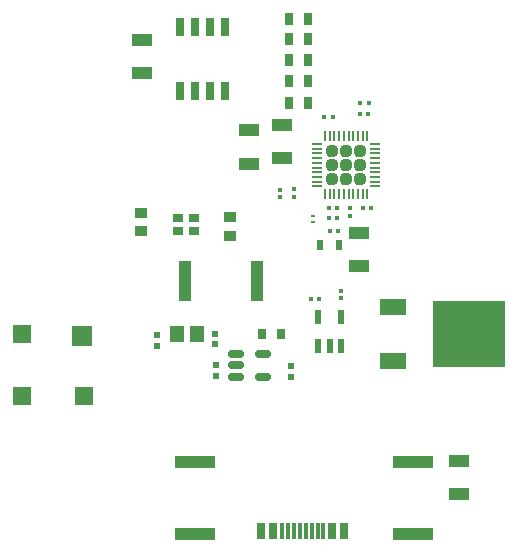
<source format=gbr>
%TF.GenerationSoftware,KiCad,Pcbnew,7.0.5*%
%TF.CreationDate,2023-08-06T14:28:47-05:00*%
%TF.ProjectId,mainv2,6d61696e-7632-42e6-9b69-6361645f7063,rev?*%
%TF.SameCoordinates,Original*%
%TF.FileFunction,Paste,Top*%
%TF.FilePolarity,Positive*%
%FSLAX46Y46*%
G04 Gerber Fmt 4.6, Leading zero omitted, Abs format (unit mm)*
G04 Created by KiCad (PCBNEW 7.0.5) date 2023-08-06 14:28:47*
%MOMM*%
%LPD*%
G01*
G04 APERTURE LIST*
G04 Aperture macros list*
%AMRoundRect*
0 Rectangle with rounded corners*
0 $1 Rounding radius*
0 $2 $3 $4 $5 $6 $7 $8 $9 X,Y pos of 4 corners*
0 Add a 4 corners polygon primitive as box body*
4,1,4,$2,$3,$4,$5,$6,$7,$8,$9,$2,$3,0*
0 Add four circle primitives for the rounded corners*
1,1,$1+$1,$2,$3*
1,1,$1+$1,$4,$5*
1,1,$1+$1,$6,$7*
1,1,$1+$1,$8,$9*
0 Add four rect primitives between the rounded corners*
20,1,$1+$1,$2,$3,$4,$5,0*
20,1,$1+$1,$4,$5,$6,$7,0*
20,1,$1+$1,$6,$7,$8,$9,0*
20,1,$1+$1,$8,$9,$2,$3,0*%
G04 Aperture macros list end*
%ADD10R,0.540000X0.940000*%
%ADD11R,0.620000X0.600000*%
%ADD12R,0.420000X0.420000*%
%ADD13R,0.420000X0.460000*%
%ADD14R,0.460000X0.420000*%
%ADD15R,1.750000X1.100000*%
%ADD16R,1.000000X0.950000*%
%ADD17R,0.850000X0.750000*%
%ADD18R,0.800000X1.000000*%
%ADD19R,3.400000X1.100000*%
%ADD20R,0.800000X0.950000*%
%ADD21R,0.600000X1.150000*%
%ADD22R,2.286000X1.397000*%
%ADD23R,6.180000X5.690000*%
%ADD24R,0.650000X1.525000*%
%ADD25R,0.800000X1.400000*%
%ADD26R,0.300000X1.400000*%
%ADD27R,0.420000X0.400000*%
%ADD28R,1.200000X1.450000*%
%ADD29RoundRect,0.150000X-0.512500X-0.150000X0.512500X-0.150000X0.512500X0.150000X-0.512500X0.150000X0*%
%ADD30R,0.300000X0.250000*%
%ADD31RoundRect,0.242500X0.242500X-0.242500X0.242500X0.242500X-0.242500X0.242500X-0.242500X-0.242500X0*%
%ADD32RoundRect,0.062500X0.062500X-0.350000X0.062500X0.350000X-0.062500X0.350000X-0.062500X-0.350000X0*%
%ADD33RoundRect,0.062500X0.350000X-0.062500X0.350000X0.062500X-0.350000X0.062500X-0.350000X-0.062500X0*%
%ADD34R,1.700000X1.700000*%
%ADD35R,1.600000X1.600000*%
%ADD36R,1.070000X3.420000*%
G04 APERTURE END LIST*
D10*
%TO.C,C4*%
X155860000Y-96100000D03*
X157460000Y-96100000D03*
%TD*%
D11*
%TO.C,C16*%
X147000000Y-107210000D03*
X147000000Y-106290000D03*
%TD*%
D12*
%TO.C,C1*%
X156580000Y-93000000D03*
X157280000Y-93000000D03*
%TD*%
D13*
%TO.C,C13*%
X157630000Y-99980000D03*
X157630000Y-100640000D03*
%TD*%
D12*
%TO.C,C11*%
X159950000Y-84070000D03*
X159250000Y-84070000D03*
%TD*%
D11*
%TO.C,C15*%
X153380000Y-107270000D03*
X153380000Y-106350000D03*
%TD*%
D14*
%TO.C,C12*%
X159905000Y-85045000D03*
X159245000Y-85045000D03*
%TD*%
D15*
%TO.C,R13*%
X167580000Y-117230000D03*
X167580000Y-114430000D03*
%TD*%
D16*
%TO.C,C10*%
X140670000Y-94970000D03*
X140670000Y-93370000D03*
%TD*%
D15*
%TO.C,R15*%
X159170000Y-97880000D03*
X159170000Y-95080000D03*
%TD*%
D12*
%TO.C,C5*%
X159480000Y-93000000D03*
X160180000Y-93000000D03*
%TD*%
D14*
%TO.C,C14*%
X155720000Y-100690000D03*
X155060000Y-100690000D03*
%TD*%
D17*
%TO.C,Y2*%
X145140000Y-93860000D03*
X143790000Y-93860000D03*
X143790000Y-94910000D03*
X145140000Y-94910000D03*
%TD*%
D15*
%TO.C,R9*%
X149790000Y-89220000D03*
X149790000Y-86420000D03*
%TD*%
D18*
%TO.C,R2*%
X153200000Y-78660000D03*
X154800000Y-78660000D03*
%TD*%
D12*
%TO.C,C2*%
X156670000Y-94890000D03*
X157370000Y-94890000D03*
%TD*%
D19*
%TO.C,R11*%
X163700000Y-114470000D03*
X163700000Y-120570000D03*
%TD*%
D15*
%TO.C,R7*%
X140770000Y-81560000D03*
X140770000Y-78760000D03*
%TD*%
D12*
%TO.C,C6*%
X156910000Y-85310000D03*
X156210000Y-85310000D03*
%TD*%
D20*
%TO.C,R12*%
X150910000Y-103660000D03*
X152510000Y-103660000D03*
%TD*%
D21*
%TO.C,IC1*%
X155710000Y-104690000D03*
X156660000Y-104690000D03*
X157610000Y-104690000D03*
X157610000Y-102190000D03*
X155710000Y-102190000D03*
%TD*%
D22*
%TO.C,Q1*%
X162017000Y-101404000D03*
D23*
X168453000Y-103690000D03*
D22*
X162017000Y-105976000D03*
%TD*%
D11*
%TO.C,C18*%
X146980000Y-104530000D03*
X146980000Y-103610000D03*
%TD*%
D16*
%TO.C,C9*%
X148220000Y-93780000D03*
X148220000Y-95380000D03*
%TD*%
D13*
%TO.C,C17*%
X158400000Y-93680000D03*
X158400000Y-93020000D03*
%TD*%
D24*
%TO.C,IC3*%
X143985000Y-83102000D03*
X145255000Y-83102000D03*
X146525000Y-83102000D03*
X147795000Y-83102000D03*
X147795000Y-77678000D03*
X146525000Y-77678000D03*
X145255000Y-77678000D03*
X143985000Y-77678000D03*
%TD*%
D25*
%TO.C,J1*%
X157880000Y-120340000D03*
X156880000Y-120340000D03*
D26*
X155630000Y-120340000D03*
X154630000Y-120340000D03*
X154130000Y-120340000D03*
X153130000Y-120340000D03*
D25*
X151880000Y-120340000D03*
X150880000Y-120340000D03*
D26*
X152630000Y-120340000D03*
X153630000Y-120340000D03*
X155130000Y-120340000D03*
X156130000Y-120340000D03*
%TD*%
D27*
%TO.C,C8*%
X152470000Y-91480000D03*
X152470000Y-92040000D03*
%TD*%
D28*
%TO.C,L2*%
X143730000Y-103660000D03*
X145430000Y-103660000D03*
%TD*%
D11*
%TO.C,C19*%
X142020000Y-104640000D03*
X142020000Y-103720000D03*
%TD*%
D13*
%TO.C,C7*%
X153610000Y-91390000D03*
X153610000Y-92050000D03*
%TD*%
D14*
%TO.C,C3*%
X156610000Y-93850000D03*
X157270000Y-93850000D03*
%TD*%
D15*
%TO.C,R8*%
X152630000Y-88780000D03*
X152630000Y-85980000D03*
%TD*%
D19*
%TO.C,R14*%
X145290000Y-120610000D03*
X145290000Y-114510000D03*
%TD*%
D29*
%TO.C,U2*%
X148732500Y-105360000D03*
X148732500Y-106310000D03*
X148732500Y-107260000D03*
X151007500Y-107260000D03*
X151007500Y-105360000D03*
%TD*%
D18*
%TO.C,R3*%
X153220000Y-80440000D03*
X154820000Y-80440000D03*
%TD*%
D30*
%TO.C,L1*%
X155220000Y-94180000D03*
X155220000Y-93630000D03*
%TD*%
D31*
%TO.C,U1*%
X156860000Y-90560000D03*
X158060000Y-90560000D03*
X159260000Y-90560000D03*
X156860000Y-89360000D03*
X158060000Y-89360000D03*
X159260000Y-89360000D03*
X156860000Y-88160000D03*
X158060000Y-88160000D03*
X159260000Y-88160000D03*
D32*
X156260000Y-91797500D03*
X156660000Y-91797500D03*
X157060000Y-91797500D03*
X157460000Y-91797500D03*
X157860000Y-91797500D03*
X158260000Y-91797500D03*
X158660000Y-91797500D03*
X159060000Y-91797500D03*
X159460000Y-91797500D03*
X159860000Y-91797500D03*
D33*
X160497500Y-91160000D03*
X160497500Y-90760000D03*
X160497500Y-90360000D03*
X160497500Y-89960000D03*
X160497500Y-89560000D03*
X160497500Y-89160000D03*
X160497500Y-88760000D03*
X160497500Y-88360000D03*
X160497500Y-87960000D03*
X160497500Y-87560000D03*
D32*
X159860000Y-86922500D03*
X159460000Y-86922500D03*
X159060000Y-86922500D03*
X158660000Y-86922500D03*
X158260000Y-86922500D03*
X157860000Y-86922500D03*
X157460000Y-86922500D03*
X157060000Y-86922500D03*
X156660000Y-86922500D03*
X156260000Y-86922500D03*
D33*
X155622500Y-87560000D03*
X155622500Y-87960000D03*
X155622500Y-88360000D03*
X155622500Y-88760000D03*
X155622500Y-89160000D03*
X155622500Y-89560000D03*
X155622500Y-89960000D03*
X155622500Y-90360000D03*
X155622500Y-90760000D03*
X155622500Y-91160000D03*
%TD*%
D18*
%TO.C,R5*%
X153200000Y-84100000D03*
X154800000Y-84100000D03*
%TD*%
D34*
%TO.C,ANT2*%
X135690000Y-103840000D03*
D35*
X130590000Y-103640000D03*
X135890000Y-108940000D03*
X130590000Y-108940000D03*
%TD*%
D36*
%TO.C,R1*%
X144425000Y-99150000D03*
X150535000Y-99150000D03*
%TD*%
D18*
%TO.C,R4*%
X153220000Y-82270000D03*
X154820000Y-82270000D03*
%TD*%
%TO.C,R6*%
X153210000Y-77010000D03*
X154810000Y-77010000D03*
%TD*%
M02*

</source>
